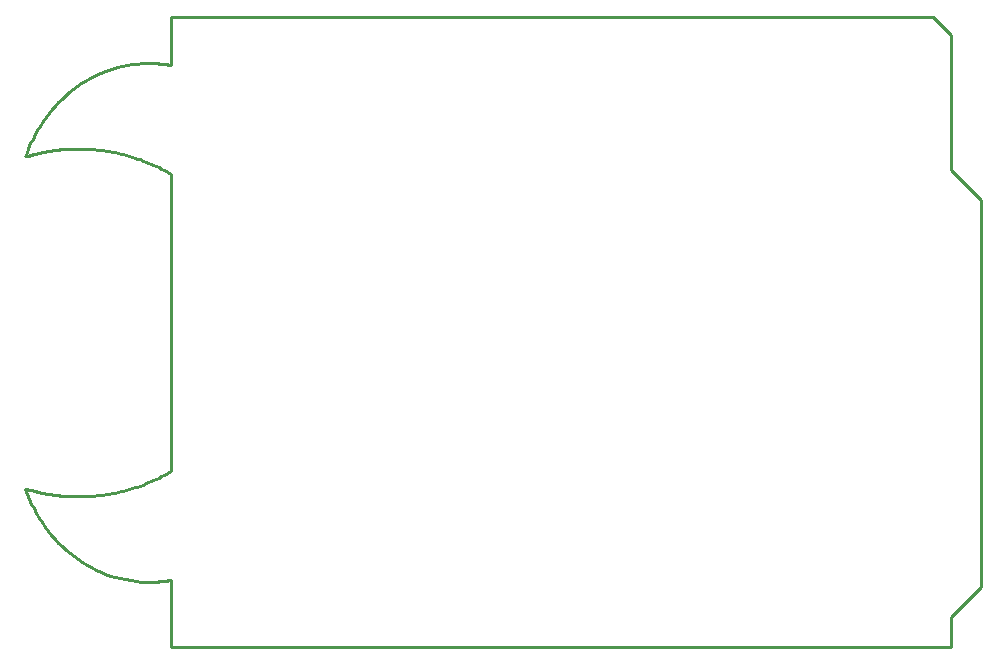
<source format=gbr>
G04 (created by PCBNEW-RS274X (2012-apr-16-27)-stable) date Tue 03 Dec 2013 05:38:56 PM CET*
G01*
G70*
G90*
%MOIN*%
G04 Gerber Fmt 3.4, Leading zero omitted, Abs format*
%FSLAX34Y34*%
G04 APERTURE LIST*
%ADD10C,0.006000*%
%ADD11C,0.010000*%
G04 APERTURE END LIST*
G54D10*
G54D11*
X14500Y-08500D02*
X14500Y-10118D01*
X14500Y-10118D02*
X14463Y-10112D01*
X14463Y-10112D02*
X14426Y-10105D01*
X14426Y-10105D02*
X14389Y-10099D01*
X14389Y-10099D02*
X14351Y-10094D01*
X14351Y-10094D02*
X14314Y-10089D01*
X14314Y-10089D02*
X14277Y-10084D01*
X14277Y-10084D02*
X14239Y-10079D01*
X14239Y-10079D02*
X14201Y-10075D01*
X14201Y-10075D02*
X14164Y-10071D01*
X14164Y-10071D02*
X14126Y-10067D01*
X14126Y-10067D02*
X14088Y-10064D01*
X14088Y-10064D02*
X14050Y-10061D01*
X14050Y-10061D02*
X14011Y-10058D01*
X14011Y-10058D02*
X13973Y-10056D01*
X13973Y-10056D02*
X13935Y-10055D01*
X13935Y-10055D02*
X13896Y-10053D01*
X13896Y-10053D02*
X13858Y-10052D01*
X13858Y-10052D02*
X13686Y-10052D01*
X13686Y-10052D02*
X13515Y-10059D01*
X13515Y-10059D02*
X13346Y-10072D01*
X13346Y-10072D02*
X13179Y-10093D01*
X13179Y-10093D02*
X13014Y-10120D01*
X13014Y-10120D02*
X12851Y-10153D01*
X12851Y-10153D02*
X12690Y-10193D01*
X12690Y-10193D02*
X12532Y-10239D01*
X12532Y-10239D02*
X12375Y-10291D01*
X12375Y-10291D02*
X12222Y-10349D01*
X12222Y-10349D02*
X12071Y-10413D01*
X12071Y-10413D02*
X11923Y-10483D01*
X11923Y-10483D02*
X11778Y-10558D01*
X11778Y-10558D02*
X11635Y-10639D01*
X11635Y-10639D02*
X11496Y-10725D01*
X11496Y-10725D02*
X11361Y-10817D01*
X11361Y-10817D02*
X11229Y-10913D01*
X11229Y-10913D02*
X11100Y-11014D01*
X11100Y-11014D02*
X10975Y-11121D01*
X10975Y-11121D02*
X10853Y-11232D01*
X10853Y-11232D02*
X10736Y-11347D01*
X10736Y-11347D02*
X10623Y-11467D01*
X10623Y-11467D02*
X10514Y-11591D01*
X10514Y-11591D02*
X10409Y-11720D01*
X10409Y-11720D02*
X10308Y-11852D01*
X10308Y-11852D02*
X10212Y-11989D01*
X10212Y-11989D02*
X10121Y-12129D01*
X10121Y-12129D02*
X10035Y-12273D01*
X10035Y-12273D02*
X09953Y-12421D01*
X09953Y-12421D02*
X09877Y-12572D01*
X09877Y-12572D02*
X09805Y-12726D01*
X09805Y-12726D02*
X09739Y-12884D01*
X09739Y-12884D02*
X09726Y-12918D01*
X09726Y-12918D02*
X09713Y-12952D01*
X09713Y-12952D02*
X09700Y-12986D01*
X09700Y-12986D02*
X09687Y-13021D01*
X09687Y-13021D02*
X09675Y-13055D01*
X09675Y-13055D02*
X09662Y-13090D01*
X09662Y-13090D02*
X09651Y-13125D01*
X09651Y-13125D02*
X09639Y-13160D01*
X09639Y-13160D02*
X09675Y-13149D01*
X09675Y-13149D02*
X09711Y-13138D01*
X09711Y-13138D02*
X09747Y-13128D01*
X09747Y-13128D02*
X09783Y-13117D01*
X09783Y-13117D02*
X09819Y-13107D01*
X09819Y-13107D02*
X09855Y-13098D01*
X09855Y-13098D02*
X09891Y-13088D01*
X09891Y-13088D02*
X09941Y-13076D01*
X09941Y-13076D02*
X09990Y-13063D01*
X09990Y-13063D02*
X10040Y-13052D01*
X10040Y-13052D02*
X10090Y-13040D01*
X10090Y-13040D02*
X10139Y-13029D01*
X10139Y-13029D02*
X10190Y-13019D01*
X10190Y-13019D02*
X10240Y-13009D01*
X10240Y-13009D02*
X10290Y-12999D01*
X10290Y-12999D02*
X10341Y-12990D01*
X10341Y-12990D02*
X10391Y-12981D01*
X10391Y-12981D02*
X10442Y-12973D01*
X10442Y-12973D02*
X10493Y-12965D01*
X10493Y-12965D02*
X10544Y-12958D01*
X10544Y-12958D02*
X10595Y-12951D01*
X10595Y-12951D02*
X10646Y-12944D01*
X10646Y-12944D02*
X10697Y-12938D01*
X10697Y-12938D02*
X10749Y-12932D01*
X10749Y-12932D02*
X10801Y-12927D01*
X10801Y-12927D02*
X10852Y-12922D01*
X10852Y-12922D02*
X10904Y-12918D01*
X10904Y-12918D02*
X10956Y-12914D01*
X10956Y-12914D02*
X11008Y-12910D01*
X11008Y-12910D02*
X11060Y-12907D01*
X11060Y-12907D02*
X11113Y-12904D01*
X11113Y-12904D02*
X11165Y-12902D01*
X11165Y-12902D02*
X11217Y-12900D01*
X11217Y-12900D02*
X11270Y-12899D01*
X11270Y-12899D02*
X11323Y-12898D01*
X11323Y-12898D02*
X11376Y-12898D01*
X11376Y-12898D02*
X11429Y-12898D01*
X11429Y-12898D02*
X11482Y-12898D01*
X11482Y-12898D02*
X11535Y-12899D01*
X11535Y-12899D02*
X11636Y-12902D01*
X11636Y-12902D02*
X11736Y-12907D01*
X11736Y-12907D02*
X11836Y-12913D01*
X11836Y-12913D02*
X11936Y-12921D01*
X11936Y-12921D02*
X12035Y-12931D01*
X12035Y-12931D02*
X12134Y-12942D01*
X12134Y-12942D02*
X12232Y-12955D01*
X12232Y-12955D02*
X12330Y-12969D01*
X12330Y-12969D02*
X12427Y-12985D01*
X12427Y-12985D02*
X12524Y-13003D01*
X12524Y-13003D02*
X12620Y-13022D01*
X12620Y-13022D02*
X12716Y-13042D01*
X12716Y-13042D02*
X12811Y-13065D01*
X12811Y-13065D02*
X12906Y-13088D01*
X12906Y-13088D02*
X13000Y-13113D01*
X13000Y-13113D02*
X13093Y-13140D01*
X13093Y-13140D02*
X13186Y-13168D01*
X13186Y-13168D02*
X13278Y-13198D01*
X13278Y-13198D02*
X13370Y-13229D01*
X13370Y-13229D02*
X13461Y-13261D01*
X13461Y-13261D02*
X13551Y-13295D01*
X13551Y-13295D02*
X13641Y-13330D01*
X13641Y-13330D02*
X13730Y-13367D01*
X13730Y-13367D02*
X13818Y-13405D01*
X13818Y-13405D02*
X13906Y-13444D01*
X13906Y-13444D02*
X13993Y-13485D01*
X13993Y-13485D02*
X14079Y-13527D01*
X14079Y-13527D02*
X14165Y-13570D01*
X14165Y-13570D02*
X14250Y-13615D01*
X14250Y-13615D02*
X14334Y-13661D01*
X14334Y-13661D02*
X14417Y-13708D01*
X14417Y-13708D02*
X14500Y-13757D01*
X14500Y-13757D02*
X14500Y-23632D01*
X14500Y-23632D02*
X14417Y-23681D01*
X14417Y-23681D02*
X14334Y-23728D01*
X14334Y-23728D02*
X14250Y-23774D01*
X14250Y-23774D02*
X14165Y-23819D01*
X14165Y-23819D02*
X14079Y-23862D01*
X14079Y-23862D02*
X13993Y-23904D01*
X13993Y-23904D02*
X13906Y-23945D01*
X13906Y-23945D02*
X13818Y-23985D01*
X13818Y-23985D02*
X13730Y-24023D01*
X13730Y-24023D02*
X13641Y-24060D01*
X13641Y-24060D02*
X13551Y-24095D01*
X13551Y-24095D02*
X13461Y-24129D01*
X13461Y-24129D02*
X13370Y-24162D01*
X13370Y-24162D02*
X13278Y-24193D01*
X13278Y-24193D02*
X13186Y-24222D01*
X13186Y-24222D02*
X13093Y-24251D01*
X13093Y-24251D02*
X13000Y-24278D01*
X13000Y-24278D02*
X12906Y-24303D01*
X12906Y-24303D02*
X12811Y-24327D01*
X12811Y-24327D02*
X12716Y-24349D01*
X12716Y-24349D02*
X12620Y-24370D01*
X12620Y-24370D02*
X12524Y-24389D01*
X12524Y-24389D02*
X12427Y-24406D01*
X12427Y-24406D02*
X12330Y-24423D01*
X12330Y-24423D02*
X12232Y-24437D01*
X12232Y-24437D02*
X12134Y-24450D01*
X12134Y-24450D02*
X12035Y-24461D01*
X12035Y-24461D02*
X11936Y-24471D01*
X11936Y-24471D02*
X11836Y-24479D01*
X11836Y-24479D02*
X11736Y-24485D01*
X11736Y-24485D02*
X11636Y-24490D01*
X11636Y-24490D02*
X11535Y-24493D01*
X11535Y-24493D02*
X11473Y-24494D01*
X11473Y-24494D02*
X11411Y-24494D01*
X11411Y-24494D02*
X11350Y-24494D01*
X11350Y-24494D02*
X11289Y-24493D01*
X11289Y-24493D02*
X11228Y-24492D01*
X11228Y-24492D02*
X11167Y-24490D01*
X11167Y-24490D02*
X11106Y-24487D01*
X11106Y-24487D02*
X11045Y-24484D01*
X11045Y-24484D02*
X10985Y-24480D01*
X10985Y-24480D02*
X10924Y-24475D01*
X10924Y-24475D02*
X10864Y-24470D01*
X10864Y-24470D02*
X10804Y-24465D01*
X10804Y-24465D02*
X10744Y-24458D01*
X10744Y-24458D02*
X10684Y-24451D01*
X10684Y-24451D02*
X10625Y-24444D01*
X10625Y-24444D02*
X10565Y-24436D01*
X10565Y-24436D02*
X10506Y-24427D01*
X10506Y-24427D02*
X10447Y-24418D01*
X10447Y-24418D02*
X10388Y-24408D01*
X10388Y-24408D02*
X10329Y-24398D01*
X10329Y-24398D02*
X10271Y-24387D01*
X10271Y-24387D02*
X10212Y-24375D01*
X10212Y-24375D02*
X10154Y-24363D01*
X10154Y-24363D02*
X10096Y-24351D01*
X10096Y-24351D02*
X10038Y-24337D01*
X10038Y-24337D02*
X09981Y-24324D01*
X09981Y-24324D02*
X09923Y-24309D01*
X09923Y-24309D02*
X09866Y-24294D01*
X09866Y-24294D02*
X09809Y-24279D01*
X09809Y-24279D02*
X09752Y-24263D01*
X09752Y-24263D02*
X09695Y-24246D01*
X09695Y-24246D02*
X09639Y-24229D01*
X09639Y-24229D02*
X09699Y-24400D01*
X09699Y-24400D02*
X09765Y-24568D01*
X09765Y-24568D02*
X09837Y-24733D01*
X09837Y-24733D02*
X09915Y-24894D01*
X09915Y-24894D02*
X09998Y-25051D01*
X09998Y-25051D02*
X10087Y-25204D01*
X10087Y-25204D02*
X10181Y-25354D01*
X10181Y-25354D02*
X10281Y-25499D01*
X10281Y-25499D02*
X10386Y-25639D01*
X10386Y-25639D02*
X10495Y-25776D01*
X10495Y-25776D02*
X10609Y-25907D01*
X10609Y-25907D02*
X10728Y-26034D01*
X10728Y-26034D02*
X10852Y-26156D01*
X10852Y-26156D02*
X10980Y-26273D01*
X10980Y-26273D02*
X11112Y-26384D01*
X11112Y-26384D02*
X11248Y-26490D01*
X11248Y-26490D02*
X11388Y-26591D01*
X11388Y-26591D02*
X11531Y-26686D01*
X11531Y-26686D02*
X11679Y-26775D01*
X11679Y-26775D02*
X11830Y-26858D01*
X11830Y-26858D02*
X11984Y-26935D01*
X11984Y-26935D02*
X12141Y-27006D01*
X12141Y-27006D02*
X12301Y-27070D01*
X12301Y-27070D02*
X12465Y-27128D01*
X12465Y-27128D02*
X12631Y-27179D01*
X12631Y-27179D02*
X12799Y-27224D01*
X12799Y-27224D02*
X12970Y-27261D01*
X12970Y-27261D02*
X13144Y-27291D01*
X13144Y-27291D02*
X13319Y-27314D01*
X13319Y-27314D02*
X13497Y-27329D01*
X13497Y-27329D02*
X13676Y-27337D01*
X13676Y-27337D02*
X13858Y-27337D01*
X13858Y-27337D02*
X13896Y-27336D01*
X13896Y-27336D02*
X13935Y-27335D01*
X13935Y-27335D02*
X13973Y-27333D01*
X13973Y-27333D02*
X14011Y-27331D01*
X14011Y-27331D02*
X14050Y-27329D01*
X14050Y-27329D02*
X14088Y-27326D01*
X14088Y-27326D02*
X14126Y-27323D01*
X14126Y-27323D02*
X14164Y-27320D01*
X14164Y-27320D02*
X14201Y-27316D01*
X14201Y-27316D02*
X14239Y-27312D01*
X14239Y-27312D02*
X14277Y-27308D01*
X14277Y-27308D02*
X14314Y-27303D01*
X14314Y-27303D02*
X14352Y-27298D01*
X14352Y-27298D02*
X14389Y-27293D01*
X14389Y-27293D02*
X14426Y-27287D01*
X14426Y-27287D02*
X14463Y-27281D01*
X14463Y-27281D02*
X14500Y-27274D01*
X14500Y-27274D02*
X14500Y-29500D01*
X14500Y-29500D02*
X40500Y-29500D01*
X40500Y-29500D02*
X40500Y-28500D01*
X40500Y-28500D02*
X41500Y-27500D01*
X41500Y-27500D02*
X41500Y-14597D01*
X41500Y-14597D02*
X40500Y-13597D01*
X40500Y-13597D02*
X40500Y-09097D01*
X40500Y-09097D02*
X39899Y-08500D01*
X39899Y-08500D02*
X14500Y-08500D01*
M02*

</source>
